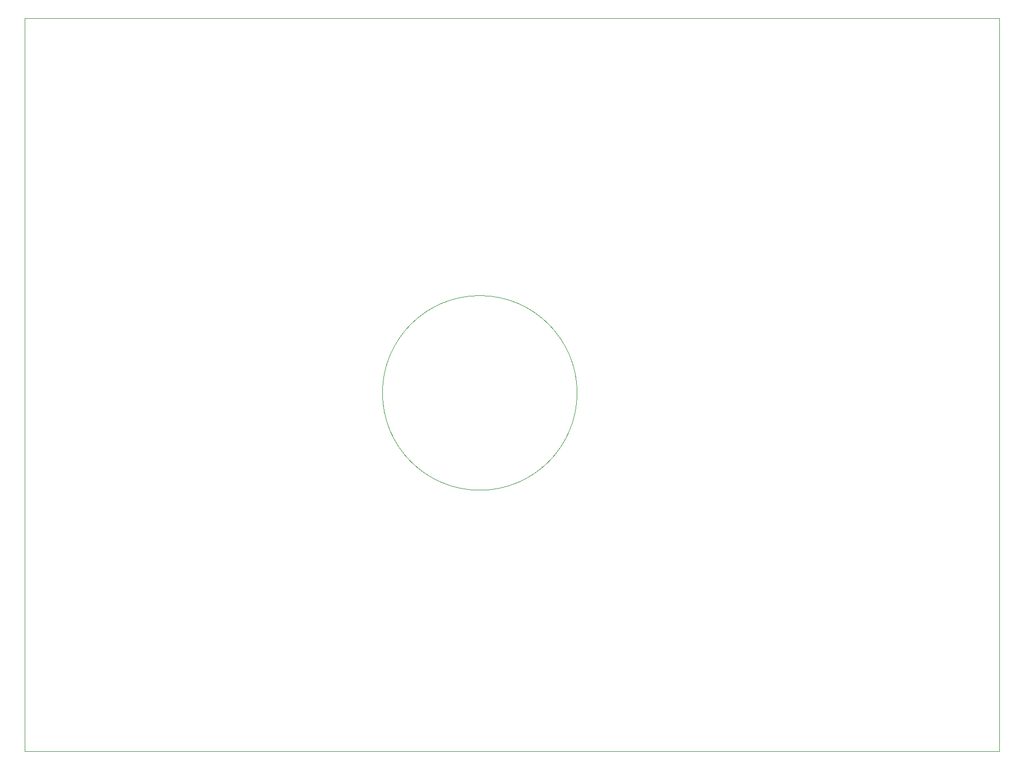
<source format=gbr>
G04 (created by PCBNEW (2013-07-07 BZR 4022)-stable) date 4/17/2015 12:52:46 AM*
%MOIN*%
G04 Gerber Fmt 3.4, Leading zero omitted, Abs format*
%FSLAX34Y34*%
G01*
G70*
G90*
G04 APERTURE LIST*
%ADD10C,0.00590551*%
%ADD11C,0.00393701*%
G04 APERTURE END LIST*
G54D10*
G54D11*
X53750Y-88500D02*
X53500Y-88500D01*
X52250Y-88500D02*
X53750Y-88500D01*
X52250Y-43000D02*
X52250Y-88500D01*
X112750Y-43000D02*
X52250Y-43000D01*
X112750Y-88500D02*
X112750Y-43000D01*
X53500Y-88500D02*
X112750Y-88500D01*
X86541Y-66250D02*
G75*
G03X86541Y-66250I-6041J0D01*
G74*
G01*
M02*

</source>
